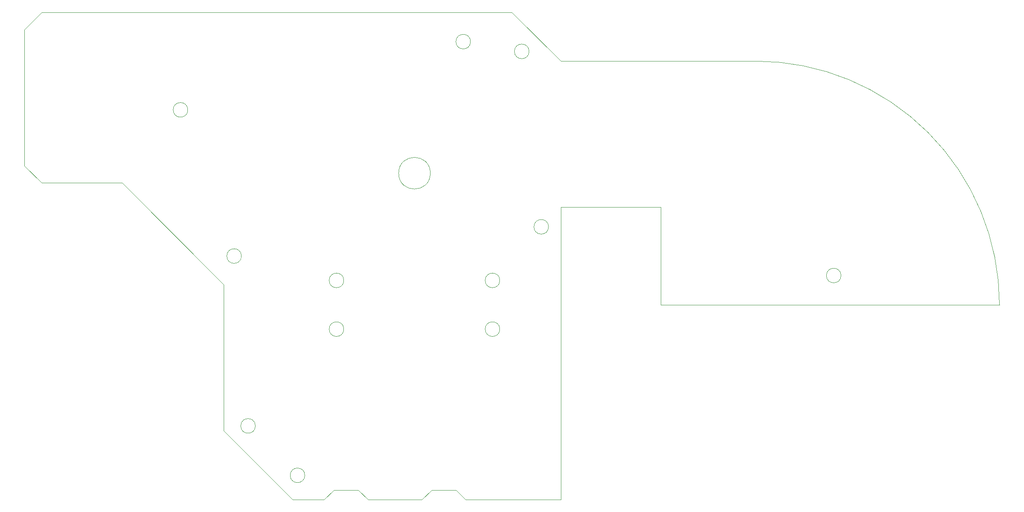
<source format=gm1>
G04 #@! TF.GenerationSoftware,KiCad,Pcbnew,(6.0.5)*
G04 #@! TF.CreationDate,2022-06-02T14:20:13-07:00*
G04 #@! TF.ProjectId,mobo,6d6f626f-2e6b-4696-9361-645f70636258,rev?*
G04 #@! TF.SameCoordinates,Original*
G04 #@! TF.FileFunction,Profile,NP*
%FSLAX46Y46*%
G04 Gerber Fmt 4.6, Leading zero omitted, Abs format (unit mm)*
G04 Created by KiCad (PCBNEW (6.0.5)) date 2022-06-02 14:20:13*
%MOMM*%
%LPD*%
G01*
G04 APERTURE LIST*
G04 #@! TA.AperFunction,Profile*
%ADD10C,0.050000*%
G04 #@! TD*
G04 APERTURE END LIST*
D10*
X67570000Y-105400000D02*
X69570000Y-103400000D01*
X69570000Y-103400000D02*
X74570000Y-103400000D01*
X74570000Y-103400000D02*
X76570000Y-105400000D01*
X76570000Y-105400000D02*
X87600000Y-105400000D01*
X71600000Y-70400000D02*
G75*
G03*
X71600000Y-70400000I-1500000J0D01*
G01*
X50600000Y-55400000D02*
G75*
G03*
X50600000Y-55400000I-1500000J0D01*
G01*
X63600000Y-100400000D02*
G75*
G03*
X63600000Y-100400000I-1500000J0D01*
G01*
X94600000Y-103400000D02*
X96600000Y-105400000D01*
X136600000Y-65400000D02*
X206100000Y-65400000D01*
X9636000Y-5400000D02*
X106100000Y-5400000D01*
X103600000Y-60400000D02*
G75*
G03*
X103600000Y-60400000I-1500000J0D01*
G01*
X113600000Y-49400000D02*
G75*
G03*
X113600000Y-49400000I-1500000J0D01*
G01*
X109600000Y-13400000D02*
G75*
G03*
X109600000Y-13400000I-1500000J0D01*
G01*
X97600000Y-11400000D02*
G75*
G03*
X97600000Y-11400000I-1500000J0D01*
G01*
X9636000Y-40400000D02*
X6100000Y-36864000D01*
X6100000Y-8935000D02*
X9636000Y-5400000D01*
X26100000Y-40400000D02*
X9636000Y-40400000D01*
X71600000Y-60400000D02*
G75*
G03*
X71600000Y-60400000I-1500000J0D01*
G01*
X46958000Y-91258000D02*
X46958000Y-61258000D01*
X136600000Y-45400000D02*
X116100000Y-45400000D01*
X89600000Y-103400000D02*
X94600000Y-103400000D01*
X67570000Y-105400000D02*
X61100000Y-105400000D01*
X61100000Y-105400000D02*
X46958000Y-91258000D01*
X39600000Y-25400000D02*
G75*
G03*
X39600000Y-25400000I-1500000J0D01*
G01*
X206100000Y-65400000D02*
G75*
G03*
X156100000Y-15400000I-50000000J0D01*
G01*
X6100000Y-36864000D02*
X6100000Y-8935000D01*
X46958000Y-61258000D02*
X26100000Y-40400000D01*
X116100000Y-15400000D02*
X156100000Y-15400000D01*
X136600000Y-65400000D02*
X136600000Y-45400000D01*
X89350000Y-38400000D02*
G75*
G03*
X89350000Y-38400000I-3250000J0D01*
G01*
X53458000Y-90258000D02*
G75*
G03*
X53458000Y-90258000I-1500000J0D01*
G01*
X87600000Y-105400000D02*
X89600000Y-103400000D01*
X116100000Y-45400000D02*
X116100000Y-105400000D01*
X173600000Y-59400000D02*
G75*
G03*
X173600000Y-59400000I-1500000J0D01*
G01*
X116100000Y-105400000D02*
X96600000Y-105400000D01*
X106100000Y-5400000D02*
X116100000Y-15400000D01*
X103600000Y-70400000D02*
G75*
G03*
X103600000Y-70400000I-1500000J0D01*
G01*
M02*

</source>
